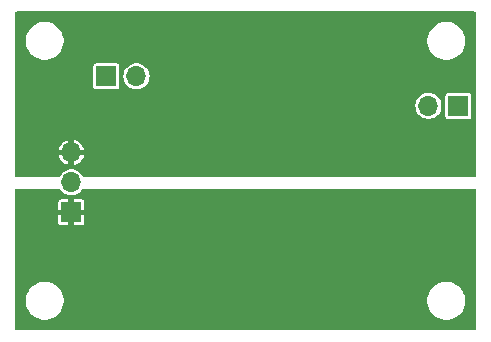
<source format=gbr>
%TF.GenerationSoftware,KiCad,Pcbnew,8.0.0*%
%TF.CreationDate,2024-11-11T15:40:06+01:00*%
%TF.ProjectId,test_amplifier_board,74657374-5f61-46d7-906c-69666965725f,rev?*%
%TF.SameCoordinates,Original*%
%TF.FileFunction,Copper,L2,Bot*%
%TF.FilePolarity,Positive*%
%FSLAX46Y46*%
G04 Gerber Fmt 4.6, Leading zero omitted, Abs format (unit mm)*
G04 Created by KiCad (PCBNEW 8.0.0) date 2024-11-11 15:40:06*
%MOMM*%
%LPD*%
G01*
G04 APERTURE LIST*
%TA.AperFunction,ComponentPad*%
%ADD10R,1.700000X1.700000*%
%TD*%
%TA.AperFunction,ComponentPad*%
%ADD11O,1.700000X1.700000*%
%TD*%
%TA.AperFunction,ViaPad*%
%ADD12C,0.600000*%
%TD*%
G04 APERTURE END LIST*
D10*
%TO.P,J1,1,Pin_1*%
%TO.N,+15V*%
X105250000Y-117525000D03*
D11*
%TO.P,J1,2,Pin_2*%
%TO.N,GND*%
X105250000Y-114985000D03*
%TO.P,J1,3,Pin_3*%
%TO.N,-15V*%
X105250000Y-112445000D03*
%TD*%
D10*
%TO.P,J2,1,Pin_1*%
%TO.N,AMP_IN*%
X108225000Y-106000000D03*
D11*
%TO.P,J2,2,Pin_2*%
%TO.N,GND*%
X110765000Y-106000000D03*
%TD*%
D10*
%TO.P,J3,1,Pin_1*%
%TO.N,AMP_OUT*%
X138025000Y-108500000D03*
D11*
%TO.P,J3,2,Pin_2*%
%TO.N,GND*%
X135485000Y-108500000D03*
%TD*%
D12*
%TO.N,+15V*%
X124000000Y-121025000D03*
X134000000Y-122525000D03*
X124000000Y-122525000D03*
X114000000Y-121750000D03*
X124000000Y-121775000D03*
X134000000Y-120275000D03*
X124000000Y-120275000D03*
X114000000Y-122500000D03*
X114000000Y-120250000D03*
X134000000Y-121025000D03*
X134000000Y-121775000D03*
X114000000Y-121000000D03*
%TO.N,-15V*%
X133000000Y-109000000D03*
X113000000Y-107500000D03*
X113000000Y-109750000D03*
X123000000Y-108275000D03*
X123000000Y-107525000D03*
X123000000Y-109775000D03*
X133000000Y-108275000D03*
X123000000Y-109025000D03*
X113000000Y-109000000D03*
X113000000Y-108250000D03*
X133000000Y-109775000D03*
X133000000Y-107525000D03*
%TD*%
%TA.AperFunction,Conductor*%
%TO.N,-15V*%
G36*
X139442539Y-100520185D02*
G01*
X139488294Y-100572989D01*
X139499500Y-100624500D01*
X139499500Y-114376000D01*
X139479815Y-114443039D01*
X139427011Y-114488794D01*
X139375500Y-114500000D01*
X106314661Y-114500000D01*
X106247622Y-114480315D01*
X106203661Y-114431271D01*
X106189673Y-114403179D01*
X106189672Y-114403178D01*
X106189672Y-114403177D01*
X106066762Y-114240418D01*
X105916041Y-114103019D01*
X105916039Y-114103017D01*
X105742642Y-113995655D01*
X105742635Y-113995651D01*
X105647546Y-113958814D01*
X105552456Y-113921976D01*
X105351976Y-113884500D01*
X105148024Y-113884500D01*
X104947544Y-113921976D01*
X104947541Y-113921976D01*
X104947541Y-113921977D01*
X104757364Y-113995651D01*
X104757357Y-113995655D01*
X104583960Y-114103017D01*
X104583958Y-114103019D01*
X104433237Y-114240418D01*
X104310327Y-114403177D01*
X104301433Y-114421038D01*
X104296338Y-114431271D01*
X104248838Y-114482508D01*
X104185339Y-114500000D01*
X100624500Y-114500000D01*
X100557461Y-114480315D01*
X100511706Y-114427511D01*
X100500500Y-114376000D01*
X100500500Y-112194999D01*
X104177471Y-112194999D01*
X104177472Y-112195000D01*
X104816988Y-112195000D01*
X104784075Y-112252007D01*
X104750000Y-112379174D01*
X104750000Y-112510826D01*
X104784075Y-112637993D01*
X104816988Y-112695000D01*
X104177472Y-112695000D01*
X104219885Y-112844065D01*
X104219890Y-112844078D01*
X104310754Y-113026556D01*
X104433608Y-113189242D01*
X104584260Y-113326578D01*
X104757584Y-113433897D01*
X104947678Y-113507539D01*
X105000000Y-113517320D01*
X105000000Y-112878012D01*
X105057007Y-112910925D01*
X105184174Y-112945000D01*
X105315826Y-112945000D01*
X105442993Y-112910925D01*
X105500000Y-112878012D01*
X105500000Y-113517320D01*
X105552321Y-113507539D01*
X105742415Y-113433897D01*
X105915739Y-113326578D01*
X106066391Y-113189242D01*
X106189245Y-113026556D01*
X106280109Y-112844078D01*
X106280114Y-112844065D01*
X106322528Y-112695000D01*
X105683012Y-112695000D01*
X105715925Y-112637993D01*
X105750000Y-112510826D01*
X105750000Y-112379174D01*
X105715925Y-112252007D01*
X105683012Y-112195000D01*
X106322528Y-112195000D01*
X106322528Y-112194999D01*
X106280114Y-112045934D01*
X106280109Y-112045921D01*
X106189245Y-111863443D01*
X106066391Y-111700757D01*
X105915739Y-111563421D01*
X105742413Y-111456101D01*
X105552315Y-111382458D01*
X105552309Y-111382456D01*
X105500001Y-111372677D01*
X105500000Y-111372679D01*
X105500000Y-112011988D01*
X105442993Y-111979075D01*
X105315826Y-111945000D01*
X105184174Y-111945000D01*
X105057007Y-111979075D01*
X105000000Y-112011988D01*
X105000000Y-111372679D01*
X104999998Y-111372677D01*
X104947690Y-111382456D01*
X104947684Y-111382458D01*
X104757586Y-111456101D01*
X104584260Y-111563421D01*
X104433608Y-111700757D01*
X104310754Y-111863443D01*
X104219890Y-112045921D01*
X104219885Y-112045934D01*
X104177471Y-112194999D01*
X100500500Y-112194999D01*
X100500500Y-108500000D01*
X134379785Y-108500000D01*
X134398602Y-108703082D01*
X134454417Y-108899247D01*
X134454422Y-108899260D01*
X134545327Y-109081821D01*
X134668237Y-109244581D01*
X134818958Y-109381980D01*
X134818960Y-109381982D01*
X134918141Y-109443392D01*
X134992363Y-109489348D01*
X135182544Y-109563024D01*
X135383024Y-109600500D01*
X135383026Y-109600500D01*
X135586974Y-109600500D01*
X135586976Y-109600500D01*
X135787456Y-109563024D01*
X135977637Y-109489348D01*
X136151041Y-109381981D01*
X136159052Y-109374678D01*
X136924500Y-109374678D01*
X136939032Y-109447735D01*
X136939033Y-109447739D01*
X136939034Y-109447740D01*
X136994399Y-109530601D01*
X137077260Y-109585966D01*
X137077264Y-109585967D01*
X137150321Y-109600499D01*
X137150324Y-109600500D01*
X137150326Y-109600500D01*
X138899676Y-109600500D01*
X138899677Y-109600499D01*
X138972740Y-109585966D01*
X139055601Y-109530601D01*
X139110966Y-109447740D01*
X139125500Y-109374674D01*
X139125500Y-107625326D01*
X139125500Y-107625323D01*
X139125499Y-107625321D01*
X139110967Y-107552264D01*
X139110966Y-107552260D01*
X139055601Y-107469399D01*
X138972740Y-107414034D01*
X138972739Y-107414033D01*
X138972735Y-107414032D01*
X138899677Y-107399500D01*
X138899674Y-107399500D01*
X137150326Y-107399500D01*
X137150323Y-107399500D01*
X137077264Y-107414032D01*
X137077260Y-107414033D01*
X136994399Y-107469399D01*
X136939033Y-107552260D01*
X136939032Y-107552264D01*
X136924500Y-107625321D01*
X136924500Y-109374678D01*
X136159052Y-109374678D01*
X136301764Y-109244579D01*
X136424673Y-109081821D01*
X136515582Y-108899250D01*
X136571397Y-108703083D01*
X136590215Y-108500000D01*
X136571397Y-108296917D01*
X136515582Y-108100750D01*
X136424673Y-107918179D01*
X136301764Y-107755421D01*
X136301762Y-107755418D01*
X136151041Y-107618019D01*
X136151039Y-107618017D01*
X135977642Y-107510655D01*
X135977635Y-107510651D01*
X135871150Y-107469399D01*
X135787456Y-107436976D01*
X135586976Y-107399500D01*
X135383024Y-107399500D01*
X135182544Y-107436976D01*
X135182541Y-107436976D01*
X135182541Y-107436977D01*
X134992364Y-107510651D01*
X134992357Y-107510655D01*
X134818960Y-107618017D01*
X134818958Y-107618019D01*
X134668237Y-107755418D01*
X134545327Y-107918178D01*
X134454422Y-108100739D01*
X134454417Y-108100752D01*
X134398602Y-108296917D01*
X134379785Y-108499999D01*
X134379785Y-108500000D01*
X100500500Y-108500000D01*
X100500500Y-106874678D01*
X107124500Y-106874678D01*
X107139032Y-106947735D01*
X107139033Y-106947739D01*
X107139034Y-106947740D01*
X107194399Y-107030601D01*
X107277260Y-107085966D01*
X107277264Y-107085967D01*
X107350321Y-107100499D01*
X107350324Y-107100500D01*
X107350326Y-107100500D01*
X109099676Y-107100500D01*
X109099677Y-107100499D01*
X109172740Y-107085966D01*
X109255601Y-107030601D01*
X109310966Y-106947740D01*
X109325500Y-106874674D01*
X109325500Y-106000000D01*
X109659785Y-106000000D01*
X109678602Y-106203082D01*
X109734417Y-106399247D01*
X109734422Y-106399260D01*
X109825327Y-106581821D01*
X109948237Y-106744581D01*
X110098958Y-106881980D01*
X110098960Y-106881982D01*
X110198141Y-106943392D01*
X110272363Y-106989348D01*
X110462544Y-107063024D01*
X110663024Y-107100500D01*
X110663026Y-107100500D01*
X110866974Y-107100500D01*
X110866976Y-107100500D01*
X111067456Y-107063024D01*
X111257637Y-106989348D01*
X111431041Y-106881981D01*
X111581764Y-106744579D01*
X111704673Y-106581821D01*
X111795582Y-106399250D01*
X111851397Y-106203083D01*
X111870215Y-106000000D01*
X111851397Y-105796917D01*
X111795582Y-105600750D01*
X111704673Y-105418179D01*
X111581764Y-105255421D01*
X111581762Y-105255418D01*
X111431041Y-105118019D01*
X111431039Y-105118017D01*
X111257642Y-105010655D01*
X111257635Y-105010651D01*
X111151150Y-104969399D01*
X111067456Y-104936976D01*
X110866976Y-104899500D01*
X110663024Y-104899500D01*
X110462544Y-104936976D01*
X110462541Y-104936976D01*
X110462541Y-104936977D01*
X110272364Y-105010651D01*
X110272357Y-105010655D01*
X110098960Y-105118017D01*
X110098958Y-105118019D01*
X109948237Y-105255418D01*
X109825327Y-105418178D01*
X109734422Y-105600739D01*
X109734417Y-105600752D01*
X109678602Y-105796917D01*
X109659785Y-105999999D01*
X109659785Y-106000000D01*
X109325500Y-106000000D01*
X109325500Y-105125326D01*
X109325500Y-105125323D01*
X109325499Y-105125321D01*
X109310967Y-105052264D01*
X109310966Y-105052260D01*
X109255601Y-104969399D01*
X109172740Y-104914034D01*
X109172739Y-104914033D01*
X109172735Y-104914032D01*
X109099677Y-104899500D01*
X109099674Y-104899500D01*
X107350326Y-104899500D01*
X107350323Y-104899500D01*
X107277264Y-104914032D01*
X107277260Y-104914033D01*
X107194399Y-104969399D01*
X107139033Y-105052260D01*
X107139032Y-105052264D01*
X107124500Y-105125321D01*
X107124500Y-106874678D01*
X100500500Y-106874678D01*
X100500500Y-103125961D01*
X101399500Y-103125961D01*
X101438910Y-103374785D01*
X101516760Y-103614383D01*
X101631132Y-103838848D01*
X101779201Y-104042649D01*
X101779205Y-104042654D01*
X101957345Y-104220794D01*
X101957350Y-104220798D01*
X102135117Y-104349952D01*
X102161155Y-104368870D01*
X102304184Y-104441747D01*
X102385616Y-104483239D01*
X102385618Y-104483239D01*
X102385621Y-104483241D01*
X102625215Y-104561090D01*
X102874038Y-104600500D01*
X102874039Y-104600500D01*
X103125961Y-104600500D01*
X103125962Y-104600500D01*
X103374785Y-104561090D01*
X103614379Y-104483241D01*
X103838845Y-104368870D01*
X104042656Y-104220793D01*
X104220793Y-104042656D01*
X104368870Y-103838845D01*
X104483241Y-103614379D01*
X104561090Y-103374785D01*
X104600500Y-103125962D01*
X104600500Y-103125961D01*
X135399500Y-103125961D01*
X135438910Y-103374785D01*
X135516760Y-103614383D01*
X135631132Y-103838848D01*
X135779201Y-104042649D01*
X135779205Y-104042654D01*
X135957345Y-104220794D01*
X135957350Y-104220798D01*
X136135117Y-104349952D01*
X136161155Y-104368870D01*
X136304184Y-104441747D01*
X136385616Y-104483239D01*
X136385618Y-104483239D01*
X136385621Y-104483241D01*
X136625215Y-104561090D01*
X136874038Y-104600500D01*
X136874039Y-104600500D01*
X137125961Y-104600500D01*
X137125962Y-104600500D01*
X137374785Y-104561090D01*
X137614379Y-104483241D01*
X137838845Y-104368870D01*
X138042656Y-104220793D01*
X138220793Y-104042656D01*
X138368870Y-103838845D01*
X138483241Y-103614379D01*
X138561090Y-103374785D01*
X138600500Y-103125962D01*
X138600500Y-102874038D01*
X138561090Y-102625215D01*
X138483241Y-102385621D01*
X138483239Y-102385618D01*
X138483239Y-102385616D01*
X138441747Y-102304184D01*
X138368870Y-102161155D01*
X138349952Y-102135117D01*
X138220798Y-101957350D01*
X138220794Y-101957345D01*
X138042654Y-101779205D01*
X138042649Y-101779201D01*
X137838848Y-101631132D01*
X137838847Y-101631131D01*
X137838845Y-101631130D01*
X137768747Y-101595413D01*
X137614383Y-101516760D01*
X137374785Y-101438910D01*
X137125962Y-101399500D01*
X136874038Y-101399500D01*
X136749626Y-101419205D01*
X136625214Y-101438910D01*
X136385616Y-101516760D01*
X136161151Y-101631132D01*
X135957350Y-101779201D01*
X135957345Y-101779205D01*
X135779205Y-101957345D01*
X135779201Y-101957350D01*
X135631132Y-102161151D01*
X135516760Y-102385616D01*
X135438910Y-102625214D01*
X135399500Y-102874038D01*
X135399500Y-103125961D01*
X104600500Y-103125961D01*
X104600500Y-102874038D01*
X104561090Y-102625215D01*
X104483241Y-102385621D01*
X104483239Y-102385618D01*
X104483239Y-102385616D01*
X104441747Y-102304184D01*
X104368870Y-102161155D01*
X104349952Y-102135117D01*
X104220798Y-101957350D01*
X104220794Y-101957345D01*
X104042654Y-101779205D01*
X104042649Y-101779201D01*
X103838848Y-101631132D01*
X103838847Y-101631131D01*
X103838845Y-101631130D01*
X103768747Y-101595413D01*
X103614383Y-101516760D01*
X103374785Y-101438910D01*
X103125962Y-101399500D01*
X102874038Y-101399500D01*
X102749626Y-101419205D01*
X102625214Y-101438910D01*
X102385616Y-101516760D01*
X102161151Y-101631132D01*
X101957350Y-101779201D01*
X101957345Y-101779205D01*
X101779205Y-101957345D01*
X101779201Y-101957350D01*
X101631132Y-102161151D01*
X101516760Y-102385616D01*
X101438910Y-102625214D01*
X101399500Y-102874038D01*
X101399500Y-103125961D01*
X100500500Y-103125961D01*
X100500500Y-100624500D01*
X100520185Y-100557461D01*
X100572989Y-100511706D01*
X100624500Y-100500500D01*
X139375500Y-100500500D01*
X139442539Y-100520185D01*
G37*
%TD.AperFunction*%
%TD*%
%TA.AperFunction,Conductor*%
%TO.N,+15V*%
G36*
X104267316Y-115519685D02*
G01*
X104305951Y-115562790D01*
X104307310Y-115561949D01*
X104310324Y-115566817D01*
X104433237Y-115729581D01*
X104583958Y-115866980D01*
X104583960Y-115866982D01*
X104683141Y-115928392D01*
X104757363Y-115974348D01*
X104947544Y-116048024D01*
X105148024Y-116085500D01*
X105148026Y-116085500D01*
X105351974Y-116085500D01*
X105351976Y-116085500D01*
X105552456Y-116048024D01*
X105742637Y-115974348D01*
X105916041Y-115866981D01*
X106066764Y-115729579D01*
X106189673Y-115566821D01*
X106189675Y-115566817D01*
X106192690Y-115561949D01*
X106194164Y-115562862D01*
X106236216Y-115517497D01*
X106299723Y-115500000D01*
X139375500Y-115500000D01*
X139442539Y-115519685D01*
X139488294Y-115572489D01*
X139499500Y-115624000D01*
X139499500Y-127375500D01*
X139479815Y-127442539D01*
X139427011Y-127488294D01*
X139375500Y-127499500D01*
X100624500Y-127499500D01*
X100557461Y-127479815D01*
X100511706Y-127427011D01*
X100500500Y-127375500D01*
X100500500Y-125125961D01*
X101399500Y-125125961D01*
X101438910Y-125374785D01*
X101516760Y-125614383D01*
X101631132Y-125838848D01*
X101779201Y-126042649D01*
X101779205Y-126042654D01*
X101957345Y-126220794D01*
X101957350Y-126220798D01*
X102135117Y-126349952D01*
X102161155Y-126368870D01*
X102304184Y-126441747D01*
X102385616Y-126483239D01*
X102385618Y-126483239D01*
X102385621Y-126483241D01*
X102625215Y-126561090D01*
X102874038Y-126600500D01*
X102874039Y-126600500D01*
X103125961Y-126600500D01*
X103125962Y-126600500D01*
X103374785Y-126561090D01*
X103614379Y-126483241D01*
X103838845Y-126368870D01*
X104042656Y-126220793D01*
X104220793Y-126042656D01*
X104368870Y-125838845D01*
X104483241Y-125614379D01*
X104561090Y-125374785D01*
X104600500Y-125125962D01*
X104600500Y-125125961D01*
X135399500Y-125125961D01*
X135438910Y-125374785D01*
X135516760Y-125614383D01*
X135631132Y-125838848D01*
X135779201Y-126042649D01*
X135779205Y-126042654D01*
X135957345Y-126220794D01*
X135957350Y-126220798D01*
X136135117Y-126349952D01*
X136161155Y-126368870D01*
X136304184Y-126441747D01*
X136385616Y-126483239D01*
X136385618Y-126483239D01*
X136385621Y-126483241D01*
X136625215Y-126561090D01*
X136874038Y-126600500D01*
X136874039Y-126600500D01*
X137125961Y-126600500D01*
X137125962Y-126600500D01*
X137374785Y-126561090D01*
X137614379Y-126483241D01*
X137838845Y-126368870D01*
X138042656Y-126220793D01*
X138220793Y-126042656D01*
X138368870Y-125838845D01*
X138483241Y-125614379D01*
X138561090Y-125374785D01*
X138600500Y-125125962D01*
X138600500Y-124874038D01*
X138561090Y-124625215D01*
X138483241Y-124385621D01*
X138483239Y-124385618D01*
X138483239Y-124385616D01*
X138441747Y-124304184D01*
X138368870Y-124161155D01*
X138349952Y-124135117D01*
X138220798Y-123957350D01*
X138220794Y-123957345D01*
X138042654Y-123779205D01*
X138042649Y-123779201D01*
X137838848Y-123631132D01*
X137838847Y-123631131D01*
X137838845Y-123631130D01*
X137768747Y-123595413D01*
X137614383Y-123516760D01*
X137374785Y-123438910D01*
X137125962Y-123399500D01*
X136874038Y-123399500D01*
X136749626Y-123419205D01*
X136625214Y-123438910D01*
X136385616Y-123516760D01*
X136161151Y-123631132D01*
X135957350Y-123779201D01*
X135957345Y-123779205D01*
X135779205Y-123957345D01*
X135779201Y-123957350D01*
X135631132Y-124161151D01*
X135516760Y-124385616D01*
X135438910Y-124625214D01*
X135399500Y-124874038D01*
X135399500Y-125125961D01*
X104600500Y-125125961D01*
X104600500Y-124874038D01*
X104561090Y-124625215D01*
X104483241Y-124385621D01*
X104483239Y-124385618D01*
X104483239Y-124385616D01*
X104441747Y-124304184D01*
X104368870Y-124161155D01*
X104349952Y-124135117D01*
X104220798Y-123957350D01*
X104220794Y-123957345D01*
X104042654Y-123779205D01*
X104042649Y-123779201D01*
X103838848Y-123631132D01*
X103838847Y-123631131D01*
X103838845Y-123631130D01*
X103768747Y-123595413D01*
X103614383Y-123516760D01*
X103374785Y-123438910D01*
X103125962Y-123399500D01*
X102874038Y-123399500D01*
X102749626Y-123419205D01*
X102625214Y-123438910D01*
X102385616Y-123516760D01*
X102161151Y-123631132D01*
X101957350Y-123779201D01*
X101957345Y-123779205D01*
X101779205Y-123957345D01*
X101779201Y-123957350D01*
X101631132Y-124161151D01*
X101516760Y-124385616D01*
X101438910Y-124625214D01*
X101399500Y-124874038D01*
X101399500Y-125125961D01*
X100500500Y-125125961D01*
X100500500Y-118399628D01*
X104150000Y-118399628D01*
X104164503Y-118472540D01*
X104164505Y-118472544D01*
X104219760Y-118555239D01*
X104302455Y-118610494D01*
X104302459Y-118610496D01*
X104375371Y-118624999D01*
X104375374Y-118625000D01*
X105000000Y-118625000D01*
X105000000Y-117958012D01*
X105057007Y-117990925D01*
X105184174Y-118025000D01*
X105315826Y-118025000D01*
X105442993Y-117990925D01*
X105500000Y-117958012D01*
X105500000Y-118625000D01*
X106124626Y-118625000D01*
X106124628Y-118624999D01*
X106197540Y-118610496D01*
X106197544Y-118610494D01*
X106280239Y-118555239D01*
X106335494Y-118472544D01*
X106335496Y-118472540D01*
X106349999Y-118399628D01*
X106350000Y-118399626D01*
X106350000Y-117775000D01*
X105683012Y-117775000D01*
X105715925Y-117717993D01*
X105750000Y-117590826D01*
X105750000Y-117459174D01*
X105715925Y-117332007D01*
X105683012Y-117275000D01*
X106350000Y-117275000D01*
X106350000Y-116650373D01*
X106349999Y-116650371D01*
X106335496Y-116577459D01*
X106335494Y-116577455D01*
X106280239Y-116494760D01*
X106197544Y-116439505D01*
X106197540Y-116439503D01*
X106124627Y-116425000D01*
X105500000Y-116425000D01*
X105500000Y-117091988D01*
X105442993Y-117059075D01*
X105315826Y-117025000D01*
X105184174Y-117025000D01*
X105057007Y-117059075D01*
X105000000Y-117091988D01*
X105000000Y-116425000D01*
X104375373Y-116425000D01*
X104302459Y-116439503D01*
X104302455Y-116439505D01*
X104219760Y-116494760D01*
X104164505Y-116577455D01*
X104164503Y-116577459D01*
X104150000Y-116650371D01*
X104150000Y-117275000D01*
X104816988Y-117275000D01*
X104784075Y-117332007D01*
X104750000Y-117459174D01*
X104750000Y-117590826D01*
X104784075Y-117717993D01*
X104816988Y-117775000D01*
X104150000Y-117775000D01*
X104150000Y-118399628D01*
X100500500Y-118399628D01*
X100500500Y-115624000D01*
X100520185Y-115556961D01*
X100572989Y-115511206D01*
X100624500Y-115500000D01*
X104200277Y-115500000D01*
X104267316Y-115519685D01*
G37*
%TD.AperFunction*%
%TD*%
M02*

</source>
